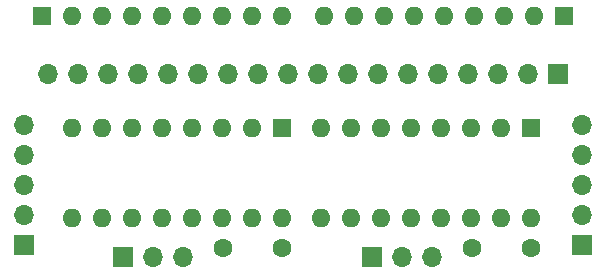
<source format=gbr>
%TF.GenerationSoftware,KiCad,Pcbnew,(5.1.9)-1*%
%TF.CreationDate,2021-11-25T01:50:05+09:00*%
%TF.ProjectId,joystick-input,6a6f7973-7469-4636-9b2d-696e7075742e,rev?*%
%TF.SameCoordinates,Original*%
%TF.FileFunction,Soldermask,Top*%
%TF.FilePolarity,Negative*%
%FSLAX46Y46*%
G04 Gerber Fmt 4.6, Leading zero omitted, Abs format (unit mm)*
G04 Created by KiCad (PCBNEW (5.1.9)-1) date 2021-11-25 01:50:05*
%MOMM*%
%LPD*%
G01*
G04 APERTURE LIST*
%ADD10C,1.600000*%
%ADD11O,1.700000X1.700000*%
%ADD12R,1.700000X1.700000*%
%ADD13O,1.600000X1.600000*%
%ADD14R,1.600000X1.600000*%
G04 APERTURE END LIST*
D10*
%TO.C,C2*%
X131652000Y-59690000D03*
X136652000Y-59690000D03*
%TD*%
%TO.C,C1*%
X152734000Y-59690000D03*
X157734000Y-59690000D03*
%TD*%
D11*
%TO.C,J1*%
X116840000Y-44958000D03*
X119380000Y-44958000D03*
X121920000Y-44958000D03*
X124460000Y-44958000D03*
X127000000Y-44958000D03*
X129540000Y-44958000D03*
X132080000Y-44958000D03*
X134620000Y-44958000D03*
X137160000Y-44958000D03*
X139700000Y-44958000D03*
X142240000Y-44958000D03*
X144780000Y-44958000D03*
X147320000Y-44958000D03*
X149860000Y-44958000D03*
X152400000Y-44958000D03*
X154940000Y-44958000D03*
X157480000Y-44958000D03*
D12*
X160020000Y-44958000D03*
%TD*%
D13*
%TO.C,74HC165_1*%
X157734000Y-57150000D03*
X139954000Y-49530000D03*
X155194000Y-57150000D03*
X142494000Y-49530000D03*
X152654000Y-57150000D03*
X145034000Y-49530000D03*
X150114000Y-57150000D03*
X147574000Y-49530000D03*
X147574000Y-57150000D03*
X150114000Y-49530000D03*
X145034000Y-57150000D03*
X152654000Y-49530000D03*
X142494000Y-57150000D03*
X155194000Y-49530000D03*
X139954000Y-57150000D03*
D14*
X157734000Y-49530000D03*
%TD*%
D13*
%TO.C,RN2*%
X136652000Y-40005000D03*
X134112000Y-40005000D03*
X131572000Y-40005000D03*
X129032000Y-40005000D03*
X126492000Y-40005000D03*
X123952000Y-40005000D03*
X121412000Y-40005000D03*
X118872000Y-40005000D03*
D14*
X116332000Y-40005000D03*
%TD*%
D11*
%TO.C,SHORT1*%
X128270000Y-60452000D03*
X125730000Y-60452000D03*
D12*
X123190000Y-60452000D03*
%TD*%
D11*
%TO.C,PULL1*%
X149352000Y-60452000D03*
X146812000Y-60452000D03*
D12*
X144272000Y-60452000D03*
%TD*%
D14*
%TO.C,74HC165_2*%
X136652000Y-49530000D03*
D13*
X118872000Y-57150000D03*
X134112000Y-49530000D03*
X121412000Y-57150000D03*
X131572000Y-49530000D03*
X123952000Y-57150000D03*
X129032000Y-49530000D03*
X126492000Y-57150000D03*
X126492000Y-49530000D03*
X129032000Y-57150000D03*
X123952000Y-49530000D03*
X131572000Y-57150000D03*
X121412000Y-49530000D03*
X134112000Y-57150000D03*
X118872000Y-49530000D03*
X136652000Y-57150000D03*
%TD*%
D14*
%TO.C,RN1*%
X160528000Y-40005000D03*
D13*
X157988000Y-40005000D03*
X155448000Y-40005000D03*
X152908000Y-40005000D03*
X150368000Y-40005000D03*
X147828000Y-40005000D03*
X145288000Y-40005000D03*
X142748000Y-40005000D03*
X140208000Y-40005000D03*
%TD*%
D12*
%TO.C,OUT1*%
X162052000Y-59436000D03*
D11*
X162052000Y-56896000D03*
X162052000Y-54356000D03*
X162052000Y-51816000D03*
X162052000Y-49276000D03*
%TD*%
%TO.C,IN1*%
X114808000Y-49276000D03*
X114808000Y-51816000D03*
X114808000Y-54356000D03*
X114808000Y-56896000D03*
D12*
X114808000Y-59436000D03*
%TD*%
M02*

</source>
